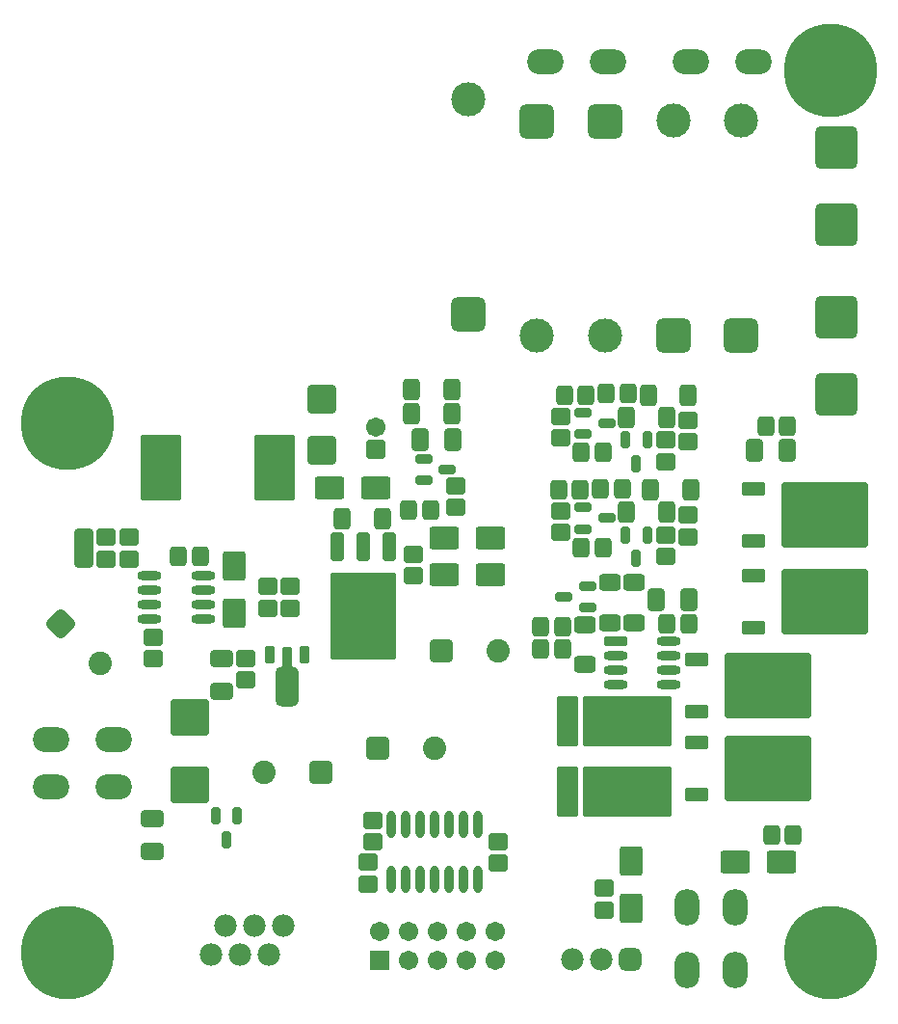
<source format=gts>
%FSTAX23Y23*%
%MOIN*%
%SFA1B1*%

%IPPOS*%
%AMD81*
4,1,8,0.029600,-0.027800,0.029600,0.027800,0.017900,0.039400,-0.017900,0.039400,-0.029600,0.027800,-0.029600,-0.027800,-0.017900,-0.039400,0.017900,-0.039400,0.029600,-0.027800,0.0*
1,1,0.023360,0.017900,-0.027800*
1,1,0.023360,0.017900,0.027800*
1,1,0.023360,-0.017900,0.027800*
1,1,0.023360,-0.017900,-0.027800*
%
%AMD82*
4,1,8,-0.041400,0.015000,-0.041400,-0.015000,-0.033700,-0.022700,0.033700,-0.022700,0.041400,-0.015000,0.041400,0.015000,0.033700,0.022700,-0.033700,0.022700,-0.041400,0.015000,0.0*
1,1,0.015480,-0.033700,0.015000*
1,1,0.015480,-0.033700,-0.015000*
1,1,0.015480,0.033700,-0.015000*
1,1,0.015480,0.033700,0.015000*
%
%AMD83*
4,1,8,-0.149700,0.102900,-0.149700,-0.102900,-0.140300,-0.112300,0.140300,-0.112300,0.149700,-0.102900,0.149700,0.102900,0.140300,0.112300,-0.140300,0.112300,-0.149700,0.102900,0.0*
1,1,0.018820,-0.140300,0.102900*
1,1,0.018820,-0.140300,-0.102900*
1,1,0.018820,0.140300,-0.102900*
1,1,0.018820,0.140300,0.102900*
%
%AMD84*
4,1,8,-0.018700,-0.069000,0.018700,-0.069000,0.041400,-0.046300,0.041400,0.046300,0.018700,0.069000,-0.018700,0.069000,-0.041400,0.046300,-0.041400,-0.046300,-0.018700,-0.069000,0.0*
1,1,0.045400,-0.018700,-0.046300*
1,1,0.045400,0.018700,-0.046300*
1,1,0.045400,0.018700,0.046300*
1,1,0.045400,-0.018700,0.046300*
%
%AMD85*
4,1,8,-0.006900,-0.044400,0.006900,-0.044400,0.017800,-0.033500,0.017800,0.033500,0.006900,0.044400,-0.006900,0.044400,-0.017800,0.033500,-0.017800,-0.033500,-0.006900,-0.044400,0.0*
1,1,0.021780,-0.006900,-0.033500*
1,1,0.021780,0.006900,-0.033500*
1,1,0.021780,0.006900,0.033500*
1,1,0.021780,-0.006900,0.033500*
%
%AMD86*
4,1,8,-0.006900,-0.030600,0.006900,-0.030600,0.017800,-0.019700,0.017800,0.019700,0.006900,0.030600,-0.006900,0.030600,-0.017800,0.019700,-0.017800,-0.019700,-0.006900,-0.030600,0.0*
1,1,0.021780,-0.006900,-0.019700*
1,1,0.021780,0.006900,-0.019700*
1,1,0.021780,0.006900,0.019700*
1,1,0.021780,-0.006900,0.019700*
%
%AMD87*
4,1,8,-0.029600,0.008300,-0.029600,-0.008300,-0.022000,-0.015800,0.022000,-0.015800,0.029600,-0.008300,0.029600,0.008300,0.022000,0.015800,-0.022000,0.015800,-0.029600,0.008300,0.0*
1,1,0.015080,-0.022000,0.008300*
1,1,0.015080,-0.022000,-0.008300*
1,1,0.015080,0.022000,-0.008300*
1,1,0.015080,0.022000,0.008300*
%
%AMD88*
4,1,8,0.013800,0.049000,-0.013800,0.049000,-0.023700,0.039100,-0.023700,-0.039100,-0.013800,-0.049000,0.013800,-0.049000,0.023700,-0.039100,0.023700,0.039100,0.013800,0.049000,0.0*
1,1,0.019820,0.013800,0.039100*
1,1,0.019820,-0.013800,0.039100*
1,1,0.019820,-0.013800,-0.039100*
1,1,0.019820,0.013800,-0.039100*
%
%AMD89*
4,1,8,0.104700,0.151600,-0.104700,0.151600,-0.114200,0.142100,-0.114200,-0.142100,-0.104700,-0.151600,0.104700,-0.151600,0.114200,-0.142100,0.114200,0.142100,0.104700,0.151600,0.0*
1,1,0.019020,0.104700,0.142100*
1,1,0.019020,-0.104700,0.142100*
1,1,0.019020,-0.104700,-0.142100*
1,1,0.019020,0.104700,-0.142100*
%
%AMD90*
4,1,8,-0.041400,0.008300,-0.041400,-0.008300,-0.033900,-0.015800,0.033900,-0.015800,0.041400,-0.008300,0.041400,0.008300,0.033900,0.015800,-0.033900,0.015800,-0.041400,0.008300,0.0*
1,1,0.015080,-0.033900,0.008300*
1,1,0.015080,-0.033900,-0.008300*
1,1,0.015080,0.033900,-0.008300*
1,1,0.015080,0.033900,0.008300*
%
%AMD93*
4,1,8,0.026100,0.028600,-0.026100,0.028600,-0.037500,0.017200,-0.037500,-0.017200,-0.026100,-0.028600,0.026100,-0.028600,0.037500,-0.017200,0.037500,0.017200,0.026100,0.028600,0.0*
1,1,0.022760,0.026100,0.017200*
1,1,0.022760,-0.026100,0.017200*
1,1,0.022760,-0.026100,-0.017200*
1,1,0.022760,0.026100,-0.017200*
%
%AMD94*
4,1,8,-0.142000,-0.088100,0.142000,-0.088100,0.154400,-0.075600,0.154400,0.075600,0.142000,0.088100,-0.142000,0.088100,-0.154400,0.075600,-0.154400,-0.075600,-0.142000,-0.088100,0.0*
1,1,0.024820,-0.142000,-0.075600*
1,1,0.024820,0.142000,-0.075600*
1,1,0.024820,0.142000,0.075600*
1,1,0.024820,-0.142000,0.075600*
%
%AMD95*
4,1,8,-0.029400,-0.088100,0.029400,-0.088100,0.036700,-0.080800,0.036700,0.080800,0.029400,0.088100,-0.029400,0.088100,-0.036700,0.080800,-0.036700,-0.080800,-0.029400,-0.088100,0.0*
1,1,0.014540,-0.029400,-0.080800*
1,1,0.014540,0.029400,-0.080800*
1,1,0.014540,0.029400,0.080800*
1,1,0.014540,-0.029400,0.080800*
%
%AMD96*
4,1,8,0.052000,0.064000,-0.052000,0.064000,-0.068000,0.048000,-0.068000,-0.048000,-0.052000,-0.064000,0.052000,-0.064000,0.068000,-0.048000,0.068000,0.048000,0.052000,0.064000,0.0*
1,1,0.032000,0.052000,0.048000*
1,1,0.032000,-0.052000,0.048000*
1,1,0.032000,-0.052000,-0.048000*
1,1,0.032000,0.052000,-0.048000*
%
%AMD97*
4,1,8,0.071500,-0.103500,0.071500,0.103500,0.060700,0.114200,-0.060700,0.114200,-0.071500,0.103500,-0.071500,-0.103500,-0.060700,-0.114200,0.060700,-0.114200,0.071500,-0.103500,0.0*
1,1,0.021500,0.060700,-0.103500*
1,1,0.021500,0.060700,0.103500*
1,1,0.021500,-0.060700,0.103500*
1,1,0.021500,-0.060700,-0.103500*
%
%AMD98*
4,1,8,0.040200,0.039400,-0.040200,0.039400,-0.051200,0.028300,-0.051200,-0.028300,-0.040200,-0.039400,0.040200,-0.039400,0.051200,-0.028300,0.051200,0.028300,0.040200,0.039400,0.0*
1,1,0.022180,0.040200,0.028300*
1,1,0.022180,-0.040200,0.028300*
1,1,0.022180,-0.040200,-0.028300*
1,1,0.022180,0.040200,-0.028300*
%
%AMD99*
4,1,8,0.020800,0.033100,-0.020800,0.033100,-0.033500,0.020400,-0.033500,-0.020400,-0.020800,-0.033100,0.020800,-0.033100,0.033500,-0.020400,0.033500,0.020400,0.020800,0.033100,0.0*
1,1,0.025480,0.020800,0.020400*
1,1,0.025480,-0.020800,0.020400*
1,1,0.025480,-0.020800,-0.020400*
1,1,0.025480,0.020800,-0.020400*
%
%AMD100*
4,1,8,-0.021800,-0.029600,0.021800,-0.029600,0.033500,-0.017900,0.033500,0.017900,0.021800,0.029600,-0.021800,0.029600,-0.033500,0.017900,-0.033500,-0.017900,-0.021800,-0.029600,0.0*
1,1,0.023360,-0.021800,-0.017900*
1,1,0.023360,0.021800,-0.017900*
1,1,0.023360,0.021800,0.017900*
1,1,0.023360,-0.021800,0.017900*
%
%AMD101*
4,1,8,0.029600,-0.021800,0.029600,0.021800,0.017900,0.033500,-0.017900,0.033500,-0.029600,0.021800,-0.029600,-0.021800,-0.017900,-0.033500,0.017900,-0.033500,0.029600,-0.021800,0.0*
1,1,0.023360,0.017900,-0.021800*
1,1,0.023360,0.017900,0.021800*
1,1,0.023360,-0.017900,0.021800*
1,1,0.023360,-0.017900,-0.021800*
%
%AMD102*
4,1,8,0.008300,0.029600,-0.008300,0.029600,-0.015800,0.022000,-0.015800,-0.022000,-0.008300,-0.029600,0.008300,-0.029600,0.015800,-0.022000,0.015800,0.022000,0.008300,0.029600,0.0*
1,1,0.015080,0.008300,0.022000*
1,1,0.015080,-0.008300,0.022000*
1,1,0.015080,-0.008300,-0.022000*
1,1,0.015080,0.008300,-0.022000*
%
%AMD103*
4,1,8,0.028600,-0.026100,0.028600,0.026100,0.017200,0.037500,-0.017200,0.037500,-0.028600,0.026100,-0.028600,-0.026100,-0.017200,-0.037500,0.017200,-0.037500,0.028600,-0.026100,0.0*
1,1,0.022760,0.017200,-0.026100*
1,1,0.022760,0.017200,0.026100*
1,1,0.022760,-0.017200,0.026100*
1,1,0.022760,-0.017200,-0.026100*
%
%AMD104*
4,1,8,-0.039400,0.040200,-0.039400,-0.040200,-0.028300,-0.051200,0.028300,-0.051200,0.039400,-0.040200,0.039400,0.040200,0.028300,0.051200,-0.028300,0.051200,-0.039400,0.040200,0.0*
1,1,0.022180,-0.028300,0.040200*
1,1,0.022180,-0.028300,-0.040200*
1,1,0.022180,0.028300,-0.040200*
1,1,0.022180,0.028300,0.040200*
%
%AMD105*
4,1,8,0.027800,0.029600,-0.027800,0.029600,-0.039400,0.017900,-0.039400,-0.017900,-0.027800,-0.029600,0.027800,-0.029600,0.039400,-0.017900,0.039400,0.017900,0.027800,0.029600,0.0*
1,1,0.023360,0.027800,0.017900*
1,1,0.023360,-0.027800,0.017900*
1,1,0.023360,-0.027800,-0.017900*
1,1,0.023360,0.027800,-0.017900*
%
%AMD106*
4,1,8,0.049300,-0.036200,0.049300,0.036200,0.036200,0.049300,-0.036200,0.049300,-0.049300,0.036200,-0.049300,-0.036200,-0.036200,-0.049300,0.036200,-0.049300,0.049300,-0.036200,0.0*
1,1,0.026120,0.036200,-0.036200*
1,1,0.026120,0.036200,0.036200*
1,1,0.026120,-0.036200,0.036200*
1,1,0.026120,-0.036200,-0.036200*
%
%AMD110*
4,1,8,0.072900,-0.055100,0.072900,0.055100,0.055100,0.072900,-0.055100,0.072900,-0.072900,0.055100,-0.072900,-0.055100,-0.055100,-0.072900,0.055100,-0.072900,0.072900,-0.055100,0.0*
1,1,0.035560,0.055100,-0.055100*
1,1,0.035560,0.055100,0.055100*
1,1,0.035560,-0.055100,0.055100*
1,1,0.035560,-0.055100,-0.055100*
%
%AMD111*
4,1,8,-0.033500,0.020700,-0.033500,-0.020700,-0.020700,-0.033500,0.020700,-0.033500,0.033500,-0.020700,0.033500,0.020700,0.020700,0.033500,-0.020700,0.033500,-0.033500,0.020700,0.0*
1,1,0.025720,-0.020700,0.020700*
1,1,0.025720,-0.020700,-0.020700*
1,1,0.025720,0.020700,-0.020700*
1,1,0.025720,0.020700,0.020700*
%
%AMD113*
4,1,8,0.025500,0.040400,-0.025500,0.040400,-0.040400,0.025500,-0.040400,-0.025500,-0.025500,-0.040400,0.025500,-0.040400,0.040400,-0.025500,0.040400,0.025500,0.025500,0.040400,0.0*
1,1,0.029860,0.025500,0.025500*
1,1,0.029860,-0.025500,0.025500*
1,1,0.029860,-0.025500,-0.025500*
1,1,0.029860,0.025500,-0.025500*
%
%AMD116*
4,1,8,0.059100,-0.038600,0.059100,0.038600,0.038600,0.059100,-0.038600,0.059100,-0.059100,0.038600,-0.059100,-0.038600,-0.038600,-0.059100,0.038600,-0.059100,0.059100,-0.038600,0.0*
1,1,0.041080,0.038600,-0.038600*
1,1,0.041080,0.038600,0.038600*
1,1,0.041080,-0.038600,0.038600*
1,1,0.041080,-0.038600,-0.038600*
%
%AMD117*
4,1,8,-0.017500,-0.039000,0.017500,-0.039000,0.039000,-0.017500,0.039000,0.017500,0.017500,0.039000,-0.017500,0.039000,-0.039000,0.017500,-0.039000,-0.017500,-0.017500,-0.039000,0.0*
1,1,0.043000,-0.017500,-0.017500*
1,1,0.043000,0.017500,-0.017500*
1,1,0.043000,0.017500,0.017500*
1,1,0.043000,-0.017500,0.017500*
%
%AMD121*
4,1,8,0.046600,0.010500,0.010500,0.046600,-0.010500,0.046600,-0.046600,0.010500,-0.046600,-0.010500,-0.010500,-0.046600,0.010500,-0.046600,0.046600,-0.010500,0.046600,0.010500,0.0*
1,1,0.029860,0.036100,0.000000*
1,1,0.029860,0.000000,0.036100*
1,1,0.029860,-0.036100,0.000000*
1,1,0.029860,0.000000,-0.036100*
%
%ADD80R,0.066000X0.028000*%
G04~CAMADD=81~8~0.0~0.0~788.7~591.8~116.8~0.0~15~0.0~0.0~0.0~0.0~0~0.0~0.0~0.0~0.0~0~0.0~0.0~0.0~270.0~592.0~788.0*
%ADD81D81*%
G04~CAMADD=82~8~0.0~0.0~454.0~828.0~77.4~0.0~15~0.0~0.0~0.0~0.0~0~0.0~0.0~0.0~0.0~0~0.0~0.0~0.0~90.0~828.0~454.0*
%ADD82D82*%
G04~CAMADD=83~8~0.0~0.0~2245.3~2993.4~94.1~0.0~15~0.0~0.0~0.0~0.0~0~0.0~0.0~0.0~0.0~0~0.0~0.0~0.0~90.0~2994.0~2246.0*
%ADD83D83*%
G04~CAMADD=84~8~0.0~0.0~828.0~1379.2~227.0~0.0~15~0.0~0.0~0.0~0.0~0~0.0~0.0~0.0~0.0~0~0.0~0.0~0.0~180.0~829.0~1380.0*
%ADD84D84*%
G04~CAMADD=85~8~0.0~0.0~355.6~888.7~108.9~0.0~15~0.0~0.0~0.0~0.0~0~0.0~0.0~0.0~0.0~0~0.0~0.0~0.0~180.0~356.0~889.0*
%ADD85D85*%
G04~CAMADD=86~8~0.0~0.0~355.6~611.5~108.9~0.0~15~0.0~0.0~0.0~0.0~0~0.0~0.0~0.0~0.0~0~0.0~0.0~0.0~180.0~356.0~612.0*
%ADD86D86*%
G04~CAMADD=87~8~0.0~0.0~316.2~591.8~75.4~0.0~15~0.0~0.0~0.0~0.0~0~0.0~0.0~0.0~0.0~0~0.0~0.0~0.0~90.0~592.0~316.0*
%ADD87D87*%
G04~CAMADD=88~8~0.0~0.0~473.7~980.0~99.1~0.0~15~0.0~0.0~0.0~0.0~0~0.0~0.0~0.0~0.0~0~0.0~0.0~0.0~0.0~473.7~980.0*
%ADD88D88*%
G04~CAMADD=89~8~0.0~0.0~2284.7~3032.8~95.1~0.0~15~0.0~0.0~0.0~0.0~0~0.0~0.0~0.0~0.0~0~0.0~0.0~0.0~0.0~2284.7~3032.8*
%ADD89D89*%
G04~CAMADD=90~8~0.0~0.0~316.2~828.0~75.4~0.0~15~0.0~0.0~0.0~0.0~0~0.0~0.0~0.0~0.0~0~0.0~0.0~0.0~90.0~828.0~316.0*
%ADD90D90*%
%ADD91O,0.082800X0.031620*%
%ADD92O,0.031620X0.094610*%
G04~CAMADD=93~8~0.0~0.0~749.3~572.1~113.8~0.0~15~0.0~0.0~0.0~0.0~0~0.0~0.0~0.0~0.0~0~0.0~0.0~0.0~0.0~749.3~572.1*
%ADD93D93*%
G04~CAMADD=94~8~0.0~0.0~3087.9~1761.1~124.1~0.0~15~0.0~0.0~0.0~0.0~0~0.0~0.0~0.0~0.0~0~0.0~0.0~0.0~180.0~3088.0~1761.0*
%ADD94D94*%
G04~CAMADD=95~8~0.0~0.0~733.5~1761.1~72.7~0.0~15~0.0~0.0~0.0~0.0~0~0.0~0.0~0.0~0.0~0~0.0~0.0~0.0~180.0~734.0~1762.0*
%ADD95D95*%
G04~CAMADD=96~8~0.0~0.0~1359.5~1280.0~160.0~0.0~15~0.0~0.0~0.0~0.0~0~0.0~0.0~0.0~0.0~0~0.0~0.0~0.0~0.0~1359.5~1280.0*
%ADD96D96*%
G04~CAMADD=97~8~0.0~0.0~2284.7~1430.0~107.5~0.0~15~0.0~0.0~0.0~0.0~0~0.0~0.0~0.0~0.0~0~0.0~0.0~0.0~270.0~1430.0~2284.0*
%ADD97D97*%
G04~CAMADD=98~8~0.0~0.0~1024.9~788.7~110.9~0.0~15~0.0~0.0~0.0~0.0~0~0.0~0.0~0.0~0.0~0~0.0~0.0~0.0~0.0~1024.9~788.7*
%ADD98D98*%
G04~CAMADD=99~8~0.0~0.0~670.6~662.7~127.4~0.0~15~0.0~0.0~0.0~0.0~0~0.0~0.0~0.0~0.0~0~0.0~0.0~0.0~0.0~670.6~662.7*
%ADD99D99*%
G04~CAMADD=100~8~0.0~0.0~670.6~591.8~116.8~0.0~15~0.0~0.0~0.0~0.0~0~0.0~0.0~0.0~0.0~0~0.0~0.0~0.0~180.0~671.0~592.0*
%ADD100D100*%
G04~CAMADD=101~8~0.0~0.0~670.6~591.8~116.8~0.0~15~0.0~0.0~0.0~0.0~0~0.0~0.0~0.0~0.0~0~0.0~0.0~0.0~270.0~592.0~670.0*
%ADD101D101*%
G04~CAMADD=102~8~0.0~0.0~316.2~591.8~75.4~0.0~15~0.0~0.0~0.0~0.0~0~0.0~0.0~0.0~0.0~0~0.0~0.0~0.0~0.0~316.2~591.8*
%ADD102D102*%
G04~CAMADD=103~8~0.0~0.0~749.3~572.1~113.8~0.0~15~0.0~0.0~0.0~0.0~0~0.0~0.0~0.0~0.0~0~0.0~0.0~0.0~270.0~572.0~750.0*
%ADD103D103*%
G04~CAMADD=104~8~0.0~0.0~1024.9~788.7~110.9~0.0~15~0.0~0.0~0.0~0.0~0~0.0~0.0~0.0~0.0~0~0.0~0.0~0.0~90.0~788.0~1024.0*
%ADD104D104*%
G04~CAMADD=105~8~0.0~0.0~788.7~591.8~116.8~0.0~15~0.0~0.0~0.0~0.0~0~0.0~0.0~0.0~0.0~0~0.0~0.0~0.0~0.0~788.7~591.8*
%ADD105D105*%
G04~CAMADD=106~8~0.0~0.0~985.5~985.5~130.6~0.0~15~0.0~0.0~0.0~0.0~0~0.0~0.0~0.0~0.0~0~0.0~0.0~0.0~270.0~986.0~986.0*
%ADD106D106*%
%ADD107O,0.126110X0.086740*%
%ADD108C,0.078000*%
%ADD109O,0.086740X0.126110*%
G04~CAMADD=110~8~0.0~0.0~1457.9~1457.9~177.8~0.0~15~0.0~0.0~0.0~0.0~0~0.0~0.0~0.0~0.0~0~0.0~0.0~0.0~270.0~1458.0~1458.0*
%ADD110D110*%
G04~CAMADD=111~8~0.0~0.0~670.6~670.6~128.6~0.0~15~0.0~0.0~0.0~0.0~0~0.0~0.0~0.0~0.0~0~0.0~0.0~0.0~90.0~670.0~670.0*
%ADD111D111*%
%ADD112C,0.067060*%
G04~CAMADD=113~8~0.0~0.0~808.3~808.3~149.3~0.0~15~0.0~0.0~0.0~0.0~0~0.0~0.0~0.0~0.0~0~0.0~0.0~0.0~0.0~808.3~808.3*
%ADD113D113*%
%ADD114C,0.080830*%
%ADD115C,0.118240*%
G04~CAMADD=116~8~0.0~0.0~1182.4~1182.4~205.4~0.0~15~0.0~0.0~0.0~0.0~0~0.0~0.0~0.0~0.0~0~0.0~0.0~0.0~270.0~1182.0~1182.0*
%ADD116D116*%
G04~CAMADD=117~8~0.0~0.0~780.0~780.0~215.0~0.0~15~0.0~0.0~0.0~0.0~0~0.0~0.0~0.0~0.0~0~0.0~0.0~0.0~180.0~780.0~780.0*
%ADD117D117*%
%ADD118R,0.067060X0.067060*%
%ADD119C,0.067060*%
%ADD120C,0.322000*%
G04~CAMADD=121~8~0.0~0.0~808.3~808.3~149.3~0.0~15~0.0~0.0~0.0~0.0~0~0.0~0.0~0.0~0.0~0~0.0~0.0~0.0~315.0~1018.0~1017.0*
%ADD121D121*%
%LNunisolder52_back-1*%
%LPD*%
G54D80*
X04169Y04274D03*
G54D81*
X05446Y04649D03*
X05332D03*
X06603Y04611D03*
X06489D03*
X06263Y04096D03*
X06149D03*
G54D82*
X06289Y03602D03*
Y03423D03*
X06486Y043D03*
Y04479D03*
Y04D03*
Y0418D03*
X06289Y03888D03*
Y03709D03*
G54D83*
X06535Y03512D03*
X06732Y04389D03*
Y0409D03*
X06535Y03799D03*
G54D84*
X04872Y03794D03*
G54D85*
X04872Y0389D03*
G54D86*
X04931Y03904D03*
X04813D03*
G54D87*
X05978Y04377D03*
X05895Y0434D03*
Y04415D03*
X05911Y04067D03*
Y04142D03*
X05828Y04105D03*
X05978Y04705D03*
X05895Y04668D03*
Y04743D03*
X05345Y04583D03*
Y04508D03*
X05427Y04546D03*
G54D88*
X05046Y04277D03*
X05136D03*
X05227D03*
G54D89*
X05136Y04038D03*
G54D90*
X06009Y03952D03*
G54D91*
X06009Y03902D03*
Y03852D03*
Y03802D03*
X06194Y03952D03*
Y03902D03*
Y03852D03*
Y03802D03*
X04397Y0418D03*
Y0413D03*
Y0408D03*
Y0403D03*
X04582Y0418D03*
Y0413D03*
Y0408D03*
Y0403D03*
G54D92*
X05534Y03318D03*
X05484D03*
X05434D03*
X05384D03*
X05334D03*
X05284D03*
X05234D03*
X05534Y03129D03*
X05484D03*
X05434D03*
X05384D03*
X05334D03*
X05284D03*
X05234D03*
G54D93*
X06074Y04154D03*
Y04014D03*
X05989Y04154D03*
Y04014D03*
X05903Y03871D03*
Y0401D03*
G54D94*
X06048Y03432D03*
Y03674D03*
G54D95*
X05842Y03432D03*
Y03674D03*
G54D96*
X04536Y03688D03*
Y03456D03*
G54D97*
X04829Y04553D03*
X04435D03*
G54D98*
X06423Y03188D03*
X06584D03*
X05415Y04183D03*
X05576D03*
Y04307D03*
X05415D03*
X0518Y04482D03*
X05018D03*
G54D99*
X04169Y0424D03*
Y04308D03*
G54D100*
X05603Y03185D03*
Y03259D03*
X04409Y03966D03*
Y03891D03*
X05818Y04729D03*
Y04654D03*
X0531Y04251D03*
Y04177D03*
X06259Y04641D03*
Y04716D03*
X06182Y04572D03*
Y04647D03*
X05456Y0449D03*
Y04415D03*
X06259Y04313D03*
Y04388D03*
X06182Y04245D03*
Y04319D03*
X05818Y04402D03*
Y04327D03*
X05152Y03113D03*
Y03187D03*
X04247Y04311D03*
Y04236D03*
X04325Y04311D03*
Y04236D03*
X05169Y03332D03*
Y03257D03*
X04806Y04141D03*
Y04066D03*
X04883Y04141D03*
Y04066D03*
X05969Y03023D03*
Y03098D03*
X04728Y03818D03*
Y03893D03*
G54D101*
X0575Y04003D03*
X05825D03*
X0575Y03926D03*
X05825D03*
X06051Y04807D03*
X05976D03*
X06031Y04479D03*
X05956D03*
X05812Y04476D03*
X05886D03*
X05831Y04803D03*
X05906D03*
X0589Y04604D03*
X05965D03*
X0589Y04276D03*
X05965D03*
X06187Y04012D03*
X06262D03*
X06528Y04694D03*
X06603D03*
X04497Y04245D03*
X04571D03*
X05368Y04404D03*
X05293D03*
X06623Y03282D03*
X06548D03*
G54D102*
X06118Y04647D03*
X06043D03*
X0608Y04564D03*
X047Y03348D03*
X04625D03*
X04662Y03265D03*
X0608Y04237D03*
X06043Y04319D03*
X06118D03*
G54D103*
X06187Y04397D03*
X06047D03*
X06187Y04725D03*
X06047D03*
X05064Y04374D03*
X05204D03*
X05444Y04737D03*
X05304D03*
X05304Y04822D03*
X05443D03*
X06121Y04801D03*
X0626D03*
X06128Y04475D03*
X06268D03*
G54D104*
X0469Y04211D03*
Y04049D03*
X06062Y03191D03*
Y0303D03*
G54D105*
X04645Y03893D03*
Y03779D03*
X04407Y03339D03*
Y03225D03*
G54D106*
X04992Y0479D03*
Y04613D03*
G54D107*
X04056Y03612D03*
X04273D03*
Y03447D03*
X04056D03*
X06486Y05954D03*
X06269D03*
X05767D03*
X05984D03*
G54D108*
X0461Y0287D03*
X0466Y0297D03*
X0471Y0287D03*
X0476Y0297D03*
X0481Y0287D03*
X0486Y0297D03*
X0586Y02851D03*
X0596D03*
G54D109*
X06421Y02814D03*
Y03031D03*
X06255D03*
Y02814D03*
G54D110*
X06771Y05391D03*
Y05657D03*
Y04805D03*
Y05071D03*
G54D111*
X05178Y04614D03*
G54D112*
X05178Y04692D03*
G54D113*
X05406Y0392D03*
X0499Y03498D03*
X05186Y03582D03*
G54D114*
X05603Y0392D03*
X04793Y03498D03*
X05382Y03582D03*
X04227Y03874D03*
G54D115*
X05499Y05825D03*
X06208Y05752D03*
X06444Y05751D03*
X05736Y05009D03*
X05972D03*
G54D116*
X05499Y05083D03*
X06208Y0501D03*
X06444Y0501D03*
X05736Y0575D03*
X05972D03*
G54D117*
X0606Y02851D03*
G54D118*
X05192Y02847D03*
G54D119*
X05192Y02947D03*
X05292Y02847D03*
Y02947D03*
X05392Y02847D03*
Y02947D03*
X05492Y02847D03*
Y02947D03*
X05592Y02847D03*
Y02947D03*
G54D120*
X04114Y02874D03*
X06751D03*
Y05925D03*
X04114Y04704D03*
G54D121*
X04088Y04013D03*
M02*
</source>
